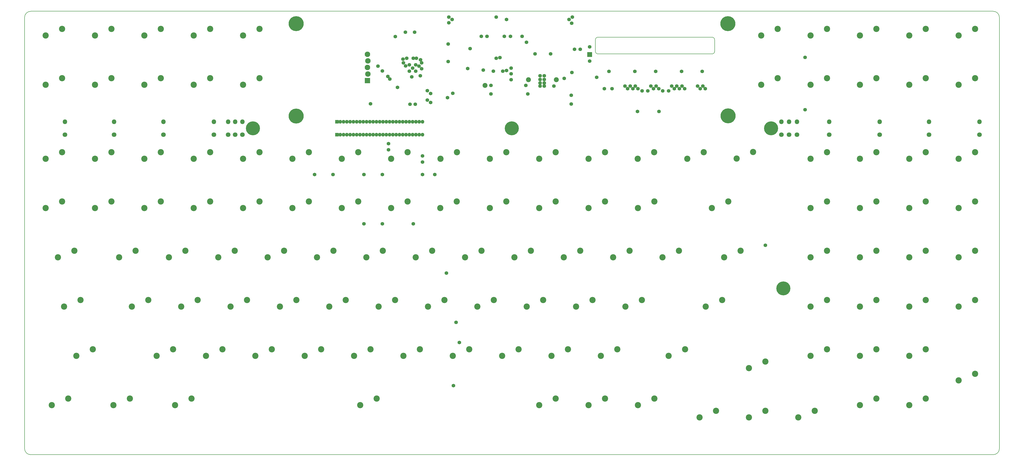
<source format=gbr>
%TF.GenerationSoftware,KiCad,Pcbnew,4.0.5+dfsg1-4*%
%TF.CreationDate,2018-04-07T15:20:27+10:00*%
%TF.ProjectId,mia,6D69612E6B696361645F706362000000,rev?*%
%TF.FileFunction,Soldermask,Top*%
%FSLAX46Y46*%
G04 Gerber Fmt 4.6, Leading zero omitted, Abs format (unit mm)*
G04 Created by KiCad (PCBNEW 4.0.5+dfsg1-4) date Sat Apr  7 15:20:27 2018*
%MOMM*%
%LPD*%
G01*
G04 APERTURE LIST*
%ADD10C,0.050000*%
%ADD11C,0.150000*%
%ADD12C,5.800000*%
%ADD13C,2.400000*%
%ADD14R,1.400000X1.400000*%
%ADD15O,1.400000X1.400000*%
%ADD16R,2.100000X2.100000*%
%ADD17C,2.100000*%
%ADD18C,1.900000*%
%ADD19R,1.900000X1.900000*%
%ADD20C,1.400000*%
%ADD21C,1.800000*%
%ADD22O,1.800000X1.800000*%
%ADD23C,5.400000*%
G04 APERTURE END LIST*
D10*
D11*
X241750000Y-60750000D02*
G75*
G03X242750000Y-61750000I1000000J0D01*
G01*
X286750000Y-61750000D02*
G75*
G03X287750000Y-60750000I0J1000000D01*
G01*
X287750000Y-56250000D02*
G75*
G03X286750000Y-55250000I-1000000J0D01*
G01*
X242750000Y-55250000D02*
G75*
G03X241750000Y-56250000I0J-1000000D01*
G01*
X286750000Y-61750000D02*
X242750000Y-61750000D01*
X287750000Y-56250000D02*
X287750000Y-60750000D01*
X242750000Y-55250000D02*
X286750000Y-55250000D01*
X241750000Y-60750000D02*
X241750000Y-56250000D01*
X23812600Y-45243940D02*
G75*
G03X21431340Y-47625200I0J-2381260D01*
G01*
X21431340Y-214313400D02*
G75*
G03X23812600Y-216694660I2381260J0D01*
G01*
X395289160Y-216694660D02*
G75*
G03X397670420Y-214313400I0J2381260D01*
G01*
X397670420Y-47625200D02*
G75*
G03X395289160Y-45243940I-2381260J0D01*
G01*
X21431340Y-214313400D02*
X21431340Y-47625200D01*
X395289160Y-216694660D02*
X23812600Y-216694660D01*
X397670420Y-47625200D02*
X397670420Y-214313400D01*
X23812600Y-45243940D02*
X395289160Y-45243940D01*
D12*
X126206780Y-85725360D03*
D13*
X67627800Y-73661120D03*
X73977800Y-71121120D03*
D14*
X142000000Y-93000000D03*
D15*
X143270000Y-93000000D03*
X144540000Y-93000000D03*
X145810000Y-93000000D03*
X147080000Y-93000000D03*
X148350000Y-93000000D03*
X149620000Y-93000000D03*
X150890000Y-93000000D03*
X152160000Y-93000000D03*
X153430000Y-93000000D03*
X154700000Y-93000000D03*
X155970000Y-93000000D03*
X157240000Y-93000000D03*
X158510000Y-93000000D03*
X159780000Y-93000000D03*
X161050000Y-93000000D03*
X162320000Y-93000000D03*
X163590000Y-93000000D03*
X164860000Y-93000000D03*
X166130000Y-93000000D03*
X167400000Y-93000000D03*
X168670000Y-93000000D03*
X169940000Y-93000000D03*
X171210000Y-93000000D03*
X172480000Y-93000000D03*
X173750000Y-93000000D03*
X175020000Y-93000000D03*
D13*
X100965440Y-159385680D03*
X107315440Y-156845680D03*
X381952800Y-73661120D03*
X388302800Y-71121120D03*
X281940300Y-202248620D03*
X288290300Y-199708620D03*
X284321550Y-159386120D03*
X290671550Y-156846120D03*
X200977800Y-102236120D03*
X207327800Y-99696120D03*
X305752800Y-73661120D03*
X312102800Y-71121120D03*
X305752800Y-54611120D03*
X312102800Y-52071120D03*
X286702800Y-121286120D03*
X293052800Y-118746120D03*
X220027800Y-121286120D03*
X226377800Y-118746120D03*
X381952800Y-187961120D03*
X388302800Y-185421120D03*
X381952800Y-159386120D03*
X388302800Y-156846120D03*
X381952800Y-140336120D03*
X388302800Y-137796120D03*
X381952800Y-121286120D03*
X388302800Y-118746120D03*
X381952800Y-102236120D03*
X388302800Y-99696120D03*
X362922800Y-197486120D03*
X369272800Y-194946120D03*
X362902800Y-178436120D03*
X369252800Y-175896120D03*
X362902800Y-159386120D03*
X369252800Y-156846120D03*
X362902800Y-140336120D03*
X369252800Y-137796120D03*
X362902800Y-121286120D03*
X369252800Y-118746120D03*
X362902800Y-102236120D03*
X369252800Y-99696120D03*
X362902800Y-73661120D03*
X369252800Y-71121120D03*
X362902800Y-54611120D03*
X369252800Y-52071120D03*
X343852800Y-197486120D03*
X350202800Y-194946120D03*
X343852800Y-178436120D03*
X350202800Y-175896120D03*
X343852800Y-159386120D03*
X350202800Y-156846120D03*
X343852800Y-140336120D03*
X350202800Y-137796120D03*
X343852800Y-121286120D03*
X350202800Y-118746120D03*
X343852800Y-102236120D03*
X350202800Y-99696120D03*
X343852800Y-73661120D03*
X350202800Y-71121120D03*
X343852800Y-54611120D03*
X350202800Y-52071120D03*
X320040300Y-202248620D03*
X326390300Y-199708620D03*
X324802800Y-178436120D03*
X331152800Y-175896120D03*
X324802800Y-159386120D03*
X331152800Y-156846120D03*
X324802800Y-140336120D03*
X331152800Y-137796120D03*
X324802800Y-102236120D03*
X331152800Y-99696120D03*
X324802800Y-73661120D03*
X331152800Y-71121120D03*
X324802800Y-54611120D03*
X331152800Y-52071120D03*
X300990300Y-202248620D03*
X307340300Y-199708620D03*
X300990300Y-183198620D03*
X307340300Y-180658620D03*
X296215040Y-102203740D03*
X302565040Y-99663740D03*
X291465300Y-140336120D03*
X297815300Y-137796120D03*
X277177800Y-102236120D03*
X283527800Y-99696120D03*
X258127800Y-197486120D03*
X264477800Y-194946120D03*
X270034050Y-178436120D03*
X276384050Y-175896120D03*
X267652800Y-140336120D03*
X274002800Y-137796120D03*
X258127800Y-121286120D03*
X264477800Y-118746120D03*
X258069050Y-102236120D03*
X264419050Y-99696120D03*
X239077800Y-197486120D03*
X245427800Y-194946120D03*
X243840300Y-178436120D03*
X250190300Y-175896120D03*
X253365300Y-159386120D03*
X259715300Y-156846120D03*
X248602800Y-140336120D03*
X254952800Y-137796120D03*
X239077800Y-121286120D03*
X245427800Y-118746120D03*
X239077800Y-102236120D03*
X245427800Y-99696120D03*
X220027800Y-197486120D03*
X226377800Y-194946120D03*
X224790300Y-178436120D03*
X231140300Y-175896120D03*
X234315300Y-159386120D03*
X240665300Y-156846120D03*
X229552800Y-140336120D03*
X235902800Y-137796120D03*
X220027800Y-102236120D03*
X226377800Y-99696120D03*
X205740300Y-178436120D03*
X212090300Y-175896120D03*
X215265300Y-159386120D03*
X221615300Y-156846120D03*
X210502800Y-140336120D03*
X216852800Y-137796120D03*
X200977800Y-121286120D03*
X207327800Y-118746120D03*
X186690300Y-178436120D03*
X193040300Y-175896120D03*
X196215300Y-159386120D03*
X202565300Y-156846120D03*
X191452800Y-140336120D03*
X197802800Y-137796120D03*
X181890300Y-121286120D03*
X188240300Y-118746120D03*
X181927800Y-102236120D03*
X188277800Y-99696120D03*
X167640300Y-178436120D03*
X173990300Y-175896120D03*
X177165300Y-159386120D03*
X183515300Y-156846120D03*
X172402800Y-140336120D03*
X178752800Y-137796120D03*
X162877800Y-121286120D03*
X169227800Y-118746120D03*
X162877800Y-102236120D03*
X169227800Y-99696120D03*
X150971550Y-197486120D03*
X157321550Y-194946120D03*
X148590300Y-178436120D03*
X154940300Y-175896120D03*
X158115300Y-159386120D03*
X164465300Y-156846120D03*
X153352800Y-140336120D03*
X159702800Y-137796120D03*
X143827800Y-121286120D03*
X150177800Y-118746120D03*
X143827800Y-102236120D03*
X150177800Y-99696120D03*
X139065300Y-159386120D03*
X145415300Y-156846120D03*
X134302800Y-140336120D03*
X140652800Y-137796120D03*
X124777800Y-121286120D03*
X131127800Y-118746120D03*
X124777800Y-102236120D03*
X131127800Y-99696120D03*
X129540300Y-178436120D03*
X135890300Y-175896120D03*
X120015300Y-159386120D03*
X126365300Y-156846120D03*
X115252800Y-140336120D03*
X121602800Y-137796120D03*
X105727800Y-121286120D03*
X112077800Y-118746120D03*
X105727800Y-102236120D03*
X112077800Y-99696120D03*
X105727800Y-73661120D03*
X112077800Y-71121120D03*
X105727800Y-54611120D03*
X112077800Y-52071120D03*
X110490300Y-178436120D03*
X116840300Y-175896120D03*
X96202800Y-140336120D03*
X102552800Y-137796120D03*
X86677800Y-121286120D03*
X93027800Y-118746120D03*
X86677800Y-102236120D03*
X93027800Y-99696120D03*
X86677800Y-73661120D03*
X93027800Y-71121120D03*
X86677800Y-54611120D03*
X93027800Y-52071120D03*
X79534050Y-197486120D03*
X85884050Y-194946120D03*
X91440300Y-178436120D03*
X97790300Y-175896120D03*
X81915300Y-159386120D03*
X88265300Y-156846120D03*
X77152800Y-140336120D03*
X83502800Y-137796120D03*
X67627800Y-121286120D03*
X73977800Y-118746120D03*
X67627800Y-102236120D03*
X73977800Y-99696120D03*
X67627800Y-54611120D03*
X73977800Y-52071120D03*
X55721550Y-197486120D03*
X62071550Y-194946120D03*
X72390300Y-178436120D03*
X78740300Y-175896120D03*
X62865300Y-159386120D03*
X69215300Y-156846120D03*
X57944050Y-140336120D03*
X64294050Y-137796120D03*
X48577800Y-121286120D03*
X54927800Y-118746120D03*
X48577800Y-102236120D03*
X54927800Y-99696120D03*
X48577800Y-73661120D03*
X54927800Y-71121120D03*
X48577800Y-54611120D03*
X54927800Y-52071120D03*
X31909050Y-197486120D03*
X38259050Y-194946120D03*
X41434050Y-178436120D03*
X47784050Y-175896120D03*
X36671550Y-159386120D03*
X43021550Y-156846120D03*
X34290300Y-140336120D03*
X40640300Y-137796120D03*
X29527800Y-121286120D03*
X35877800Y-118746120D03*
X29527800Y-102236120D03*
X35877800Y-99696120D03*
X29527800Y-73661120D03*
X35877800Y-71121120D03*
X29527800Y-54611120D03*
X35877800Y-52071120D03*
X381952800Y-54611120D03*
X388302800Y-52071120D03*
D16*
X153728110Y-72020630D03*
D17*
X153928110Y-69480630D03*
X153728110Y-66940630D03*
X153928110Y-64400630D03*
X153728110Y-61860630D03*
D18*
X215928110Y-71690630D03*
D19*
X239500000Y-62000000D03*
D13*
X324803880Y-121285520D03*
X331153880Y-118745520D03*
D20*
X263178110Y-74190630D03*
X264178110Y-75190630D03*
X265178110Y-74190630D03*
X266178110Y-75190630D03*
X253178110Y-74190630D03*
X254178110Y-75190630D03*
X255178110Y-74190630D03*
X256178110Y-75190630D03*
X257178110Y-74190630D03*
X258178110Y-75190630D03*
X271178110Y-74190630D03*
X272178110Y-75190630D03*
X273178110Y-74190630D03*
X274178110Y-75190630D03*
X275178110Y-74190630D03*
X276178110Y-75190630D03*
X281178110Y-74190630D03*
X282178110Y-75190630D03*
X283178110Y-74190630D03*
X284178110Y-75190630D03*
D18*
X226678110Y-71690630D03*
X199178110Y-73940630D03*
D14*
X142000000Y-88000000D03*
D15*
X143270000Y-88000000D03*
X144540000Y-88000000D03*
X145810000Y-88000000D03*
X147080000Y-88000000D03*
X148350000Y-88000000D03*
X149620000Y-88000000D03*
X150890000Y-88000000D03*
X152160000Y-88000000D03*
X153430000Y-88000000D03*
X154700000Y-88000000D03*
X155970000Y-88000000D03*
X157240000Y-88000000D03*
X158510000Y-88000000D03*
X159780000Y-88000000D03*
X161050000Y-88000000D03*
X162320000Y-88000000D03*
X163590000Y-88000000D03*
X164860000Y-88000000D03*
X166130000Y-88000000D03*
X167400000Y-88000000D03*
X168670000Y-88000000D03*
X169940000Y-88000000D03*
X171210000Y-88000000D03*
X172480000Y-88000000D03*
X173750000Y-88000000D03*
X175020000Y-88000000D03*
D21*
X37000000Y-93000000D03*
D22*
X37000000Y-88000000D03*
D21*
X56000000Y-93000000D03*
D22*
X56000000Y-88000000D03*
D21*
X75009690Y-93000000D03*
D22*
X75009690Y-88000000D03*
D21*
X94500000Y-93000000D03*
D22*
X94500000Y-88000000D03*
D21*
X105500000Y-93000000D03*
D22*
X105500000Y-88000000D03*
D21*
X313500000Y-93000000D03*
D22*
X313500000Y-88000000D03*
D21*
X332000000Y-93000000D03*
D22*
X332000000Y-88000000D03*
D21*
X351500000Y-93000000D03*
D22*
X351500000Y-88000000D03*
D21*
X370500000Y-93000000D03*
D22*
X370500000Y-88000000D03*
D21*
X390000000Y-93000000D03*
D22*
X390000000Y-88000000D03*
D21*
X102750000Y-93000000D03*
D22*
X102750000Y-88000000D03*
D21*
X100000000Y-93000000D03*
D22*
X100000000Y-88000000D03*
D21*
X319500000Y-93000000D03*
D22*
X319500000Y-88000000D03*
D21*
X316500000Y-93000000D03*
D22*
X316500000Y-88000000D03*
D12*
X292931891Y-85681891D03*
X292894980Y-50006460D03*
X126250000Y-50000000D03*
D20*
X245178110Y-75190630D03*
X248178110Y-75190630D03*
D23*
X314326320Y-152400640D03*
X309563800Y-90487880D03*
X209500000Y-90487880D03*
X109537960Y-90487880D03*
D20*
X165400000Y-74700000D03*
X171956649Y-53305552D03*
X168428876Y-53337956D03*
X154919113Y-81008663D03*
X172201807Y-81202277D03*
X170186493Y-81207392D03*
X225728100Y-74190630D03*
X168458861Y-66387601D03*
X174678110Y-67440630D03*
X168928110Y-63440630D03*
X171428110Y-63440630D03*
X220400000Y-70200000D03*
X220400000Y-71600000D03*
X220400000Y-73000000D03*
X220400000Y-74200000D03*
X222000000Y-70200000D03*
X222000000Y-71600000D03*
X222000000Y-73000000D03*
X222000000Y-74200000D03*
X247000000Y-68500000D03*
X283000000Y-68500000D03*
X275000000Y-68500000D03*
X265000000Y-68500000D03*
X257000000Y-68500000D03*
X242264856Y-70791604D03*
X239500000Y-64500000D03*
X239500000Y-59000000D03*
X192428110Y-67400000D03*
X198500000Y-68000000D03*
X201428110Y-77190630D03*
X201428110Y-73940630D03*
X209178110Y-67190630D03*
X209178110Y-71690630D03*
X209178110Y-69440630D03*
X206603100Y-54940630D03*
X184928110Y-57940630D03*
X224428110Y-61690630D03*
X218428110Y-61690630D03*
X157797010Y-66440630D03*
X233678110Y-59940630D03*
X235928110Y-59940630D03*
X229678110Y-71190630D03*
X232432508Y-81132966D03*
X184678110Y-78690630D03*
X186678110Y-76940630D03*
X232678110Y-68940630D03*
X206028110Y-68440630D03*
X213428110Y-54940630D03*
X208928110Y-54940630D03*
X199928110Y-54940630D03*
X197678110Y-54940630D03*
X184928110Y-64690630D03*
X174250000Y-64000000D03*
X258000000Y-84000000D03*
X266250000Y-84000000D03*
X174678110Y-65190630D03*
X167676680Y-65183569D03*
X214928110Y-73940630D03*
X215678110Y-77190630D03*
X167478110Y-63790630D03*
X164478110Y-54990630D03*
X170878110Y-70590630D03*
X174178110Y-70190630D03*
X215178110Y-57190630D03*
X169928110Y-68440630D03*
X172428110Y-68440630D03*
X172428110Y-65940630D03*
X169928110Y-65940630D03*
X171178110Y-67190630D03*
X172678110Y-63440630D03*
X173678110Y-66440630D03*
X176878093Y-79602159D03*
X176864852Y-75931387D03*
X322660730Y-63103390D03*
X322660730Y-83344100D03*
X161925680Y-96441030D03*
X175022610Y-101203550D03*
X178128349Y-80519003D03*
X178143253Y-77034214D03*
X161925680Y-98822290D03*
X175022610Y-103584810D03*
X175022610Y-108347330D03*
X179785130Y-108347330D03*
X152400640Y-108347330D03*
X159544420Y-108347330D03*
X140494340Y-108347330D03*
X133350560Y-108347330D03*
X171450720Y-127397410D03*
X152400640Y-127397410D03*
X159544420Y-127397410D03*
X184250000Y-146447490D03*
X188000000Y-165497570D03*
X189213558Y-173322967D03*
X186928910Y-189961073D03*
X307340300Y-135731820D03*
X232552144Y-49878895D03*
X185178110Y-47486484D03*
X185178110Y-49690630D03*
X203428110Y-47453149D03*
X203428110Y-63440630D03*
X232878110Y-47486484D03*
X231575580Y-48442696D03*
X186428110Y-48433664D03*
X207428110Y-48433664D03*
X207428110Y-68190630D03*
X159535173Y-68298085D03*
X259750000Y-76000000D03*
X262000000Y-76000000D03*
X270000000Y-76000000D03*
X267750000Y-76000000D03*
X193428110Y-59690630D03*
X161678110Y-70440630D03*
X202401516Y-68440630D03*
X204941516Y-63190630D03*
X232428110Y-77690630D03*
X162428110Y-71440630D03*
M02*

</source>
